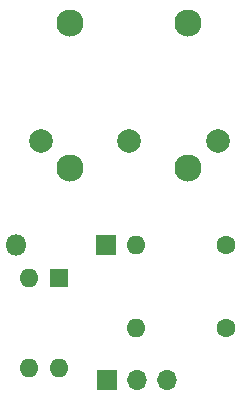
<source format=gbr>
%TF.GenerationSoftware,KiCad,Pcbnew,8.0.4*%
%TF.CreationDate,2024-08-02T21:44:17-04:00*%
%TF.ProjectId,MIDI-compatible,4d494449-2d63-46f6-9d70-617469626c65,rev?*%
%TF.SameCoordinates,Original*%
%TF.FileFunction,Soldermask,Bot*%
%TF.FilePolarity,Negative*%
%FSLAX46Y46*%
G04 Gerber Fmt 4.6, Leading zero omitted, Abs format (unit mm)*
G04 Created by KiCad (PCBNEW 8.0.4) date 2024-08-02 21:44:17*
%MOMM*%
%LPD*%
G01*
G04 APERTURE LIST*
%ADD10R,1.600000X1.600000*%
%ADD11O,1.600000X1.600000*%
%ADD12C,1.600000*%
%ADD13R,1.700000X1.700000*%
%ADD14O,1.700000X1.700000*%
%ADD15C,2.000000*%
%ADD16C,2.300000*%
%ADD17R,1.800000X1.800000*%
%ADD18O,1.800000X1.800000*%
G04 APERTURE END LIST*
D10*
%TO.C,U1*%
X163600000Y-103124000D03*
D11*
X161060000Y-103124000D03*
X161060000Y-110744000D03*
X163600000Y-110744000D03*
%TD*%
D12*
%TO.C,RD*%
X177800000Y-107315000D03*
D11*
X170180000Y-107315000D03*
%TD*%
D13*
%TO.C,J2*%
X167655000Y-111760000D03*
D14*
X170195000Y-111760000D03*
X172734999Y-111760000D03*
%TD*%
D15*
%TO.C,J1*%
X162070000Y-91480000D03*
X169570000Y-91480000D03*
X177070000Y-91480000D03*
D16*
X164570000Y-93780000D03*
X174570000Y-93780000D03*
X164570000Y-81480000D03*
X174570000Y-81480000D03*
%TD*%
D12*
%TO.C,RB*%
X177800000Y-100330000D03*
D11*
X170180000Y-100330000D03*
%TD*%
D17*
%TO.C,D1*%
X167640000Y-100330000D03*
D18*
X160020000Y-100330000D03*
%TD*%
M02*

</source>
